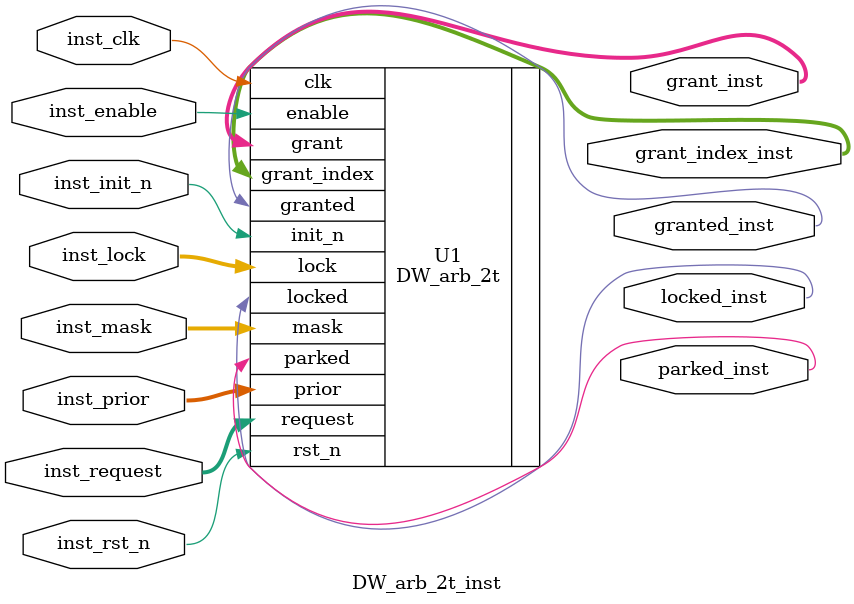
<source format=v>
module DW_arb_2t_inst( inst_clk, inst_rst_n, inst_init_n, inst_enable, 
		inst_request, inst_prior, inst_lock, inst_mask, parked_inst, 
		granted_inst, locked_inst, grant_inst, grant_index_inst );

parameter inst_n = 4;
parameter inst_p_width = 2;
parameter inst_park_mode = 1;
parameter inst_park_index = 0;
parameter inst_output_mode = 1;

`define bit_width_n 2	// bit_width_n is set to ceil(log2(n))

input inst_clk;
input inst_rst_n;
input inst_init_n;
input inst_enable;
input [inst_n-1 : 0] inst_request;
input [inst_p_width*inst_n-1 : 0] inst_prior;
input [inst_n-1 : 0] inst_lock;
input [inst_n-1 : 0] inst_mask;
output parked_inst;
output granted_inst;
output locked_inst;
output [inst_n-1 : 0] grant_inst;
output [`bit_width_n-1 : 0] grant_index_inst;

    // Instance of DW_arb_2t
    DW_arb_2t #(inst_n, inst_p_width, inst_park_mode, inst_park_index, 
				inst_output_mode) U1 (
			.clk(inst_clk),
			.rst_n(inst_rst_n),
			.init_n(inst_init_n),
			.enable(inst_enable),
			.request(inst_request),
			.prior(inst_prior),
			.lock(inst_lock),
			.mask(inst_mask),
			.parked(parked_inst),
			.granted(granted_inst),
			.locked(locked_inst),
			.grant(grant_inst),
			.grant_index(grant_index_inst) );

endmodule

</source>
